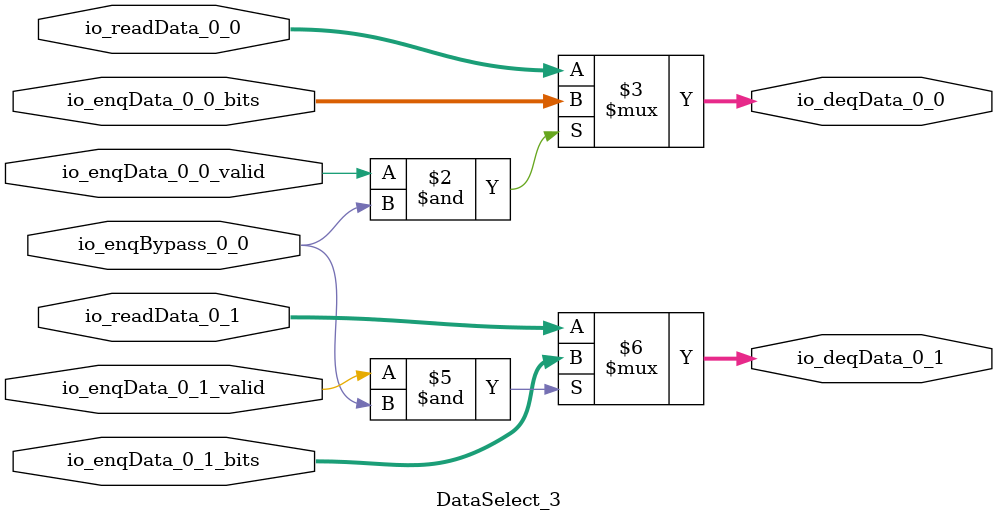
<source format=v>
module DataSelect_3(
  input  [63:0] io_readData_0_0,
  input  [63:0] io_readData_0_1,
  input         io_enqBypass_0_0,
  input         io_enqData_0_0_valid,
  input  [63:0] io_enqData_0_0_bits,
  input         io_enqData_0_1_valid,
  input  [63:0] io_enqData_0_1_bits,
  output [63:0] io_deqData_0_0,
  output [63:0] io_deqData_0_1
);
  assign io_deqData_0_0 = io_enqData_0_0_valid & |io_enqBypass_0_0 ? io_enqData_0_0_bits : io_readData_0_0; // @[ReservationStation.scala 506:11 510:59 511:15]
  assign io_deqData_0_1 = io_enqData_0_1_valid & |io_enqBypass_0_0 ? io_enqData_0_1_bits : io_readData_0_1; // @[ReservationStation.scala 506:11 510:59 511:15]
endmodule

</source>
